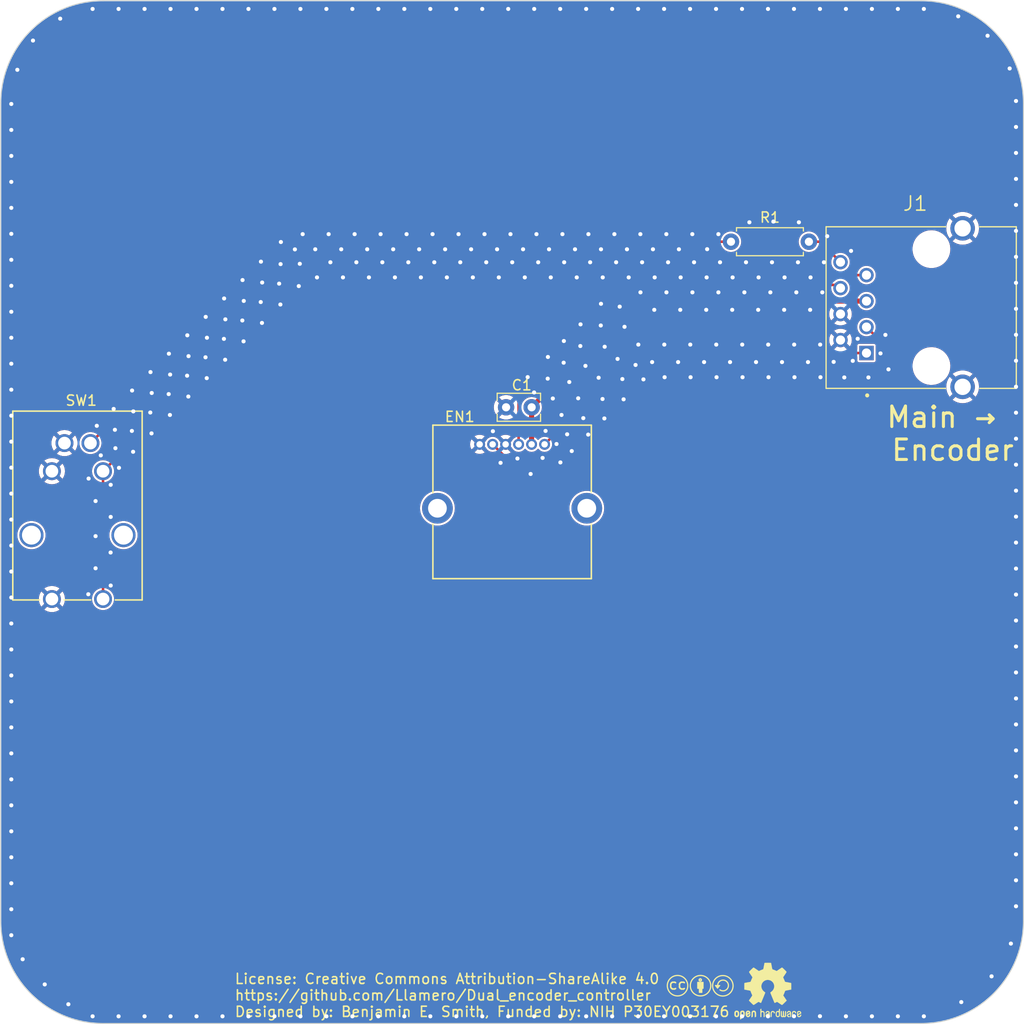
<source format=kicad_pcb>
(kicad_pcb (version 20221018) (generator pcbnew)
  (layers (0 "F.Cu" signal) (31 "B.Cu" signal) (34 "B.Paste" user) (35 "F.Paste" user) (36 "B.SilkS" user "B.Silkscreen") (37 "F.SilkS" user "F.Silkscreen") (38 "B.Mask" user) (39 "F.Mask" user) (44 "Edge.Cuts" user))
  (net 0 "")
  (net 1 "+5V")
  (net 2 "GND")
  (net 3 "Net-(R1-Pad1)")
  (net 4 "/B2")
  (net 5 "/A2")
  (net 6 "/EN_SW2")
  (net 7 "/SW2")
  (net 8 "/LED2+")
  (footprint "Symbol:OSHW-Logo2_7.3x6mm_SilkScreen" (layer "F.Cu") (at 190 146.83)
    (fp_text reference "LOGO3" hide)
    (fp_text value "OSHW Logo" hide)
  )
  (footprint "Custom Footprints:Creative_commons_license" (layer "F.Cu") (at 182.175 145.175)
    (fp_text reference "LOGO1" hide)
    (fp_text value "CC license")
    (fp_text user "cc" (at -1 1) (layer "F.SilkS"))
  )
  (footprint "Custom footprints:EM14R0B-M25-L064S" (layer "F.Cu") (at 168.175 93.3739 180)
    (fp_text reference "EN1" (at 8.295 2.6939 unlocked) (layer "F.SilkS"))
    (fp_text value "EM14 Encoder" hide)
    (pad "" thru_hole circle (at -4.1275 -6.2484 270) (size 3 3) (drill 1.8288) (layers "*.Cu" "*.Mask"))
    (pad "" thru_hole circle (at 10.4775 -6.2484 270) (size 3 3) (drill 1.8288) (layers "*.Cu" "*.Mask"))
    (pad "1" thru_hole circle (at 0 0 180) (size 1.07 1.07) (drill 0.635) (layers "*.Cu" "*.Mask") (net 4 "/B2"))
    (pad "2" thru_hole circle (at 1.27 0 180) (size 1.07 1.07) (drill 0.635) (layers "*.Cu" "*.Mask") (net 1 "+5V"))
    (pad "3" thru_hole circle (at 2.54 0 180) (size 1.07 1.07) (drill 0.635) (layers "*.Cu" "*.Mask") (net 6 "/EN_SW2"))
    (pad "4" thru_hole circle (at 3.81 0 180) (size 1.07 1.07) (drill 0.635) (layers "*.Cu" "*.Mask") (net 2 "GND"))
    (pad "5" thru_hole circle (at 5.08 0 180) (size 1.07 1.07) (drill 0.635) (layers "*.Cu" "*.Mask") (net 5 "/A2"))
    (pad "6" thru_hole circle (at 6.35 0 180) (size 1.07 1.07) (drill 0.635) (layers "*.Cu" "*.Mask") (net 2 "GND"))
  )
  (footprint "Custom footprints:B3J-3300" (layer "F.Cu") (at 120.000001 108.5)
    (fp_text reference "SW1" (at 2.87 -19.41 unlocked) (layer "F.SilkS"))
    (fp_text value "B3J-3300" hide)
    (pad "" np_thru_hole circle (at -1.999999 -6.25 90) (size 2.3622 2.3622) (drill 1.8542) (layers "F&B.Cu" "*.Mask"))
    (pad "" np_thru_hole circle (at 6.999999 -6.25 90) (size 2.3622 2.3622) (drill 1.8542) (layers "F&B.Cu" "*.Mask"))
    (pad "1" thru_hole circle (at 0 0) (size 1.7526 1.7526) (drill 1.2446) (layers "*.Cu" "*.Mask") (net 2 "GND"))
    (pad "2" thru_hole circle (at 0 -12.5) (size 1.7526 1.7526) (drill 1.2446) (layers "*.Cu" "*.Mask") (net 2 "GND"))
    (pad "3" thru_hole circle (at 5 0) (size 1.7526 1.7526) (drill 1.2446) (layers "*.Cu" "*.Mask") (net 7 "/SW2"))
    (pad "4" thru_hole circle (at 5 -12.5) (size 1.7526 1.7526) (drill 1.2446) (layers "*.Cu" "*.Mask") (net 7 "/SW2"))
    (pad "5" thru_hole circle (at 1.23 -15.25 90) (size 1.7526 1.7526) (drill 1.2446) (layers "*.Cu" "*.Mask") (net 2 "GND"))
    (pad "6" thru_hole circle (at 3.77 -15.25 90) (size 1.7526 1.7526) (drill 1.2446) (layers "*.Cu" "*.Mask") (net 3 "Net-(R1-Pad1)"))
  )
  (footprint "Resistor_THT:R_Axial_DIN0207_L6.3mm_D2.5mm_P7.62mm_Horizontal" (layer "F.Cu") (at 186.4 73.56)
    (fp_text reference "R1" (at 3.81 -2.37) (layer "F.SilkS"))
    (fp_text value "150")
    (pad "1" thru_hole circle (at 0 0) (size 1.6 1.6) (drill 0.8) (layers "*.Cu" "*.Mask") (net 3 "Net-(R1-Pad1)"))
    (pad "2" thru_hole oval (at 7.62 0) (size 1.6 1.6) (drill 0.8) (layers "*.Cu" "*.Mask") (net 8 "/LED2+"))
  )
  (footprint "Custom footprints:ASSMANN_A-2004-2-4-LPS-N-R" (layer "F.Cu") (at 206 80 90)
    (fp_text reference "J1" (at 10.17 -1.58) (layer "F.SilkS") (effects (font (size 1.4 1.4))))
    (fp_text value "8P8C_Shielded" hide)
    (pad "" np_thru_hole circle (at -5.715 0 90) (size 3.2 3.2) (drill 3.2) (layers "*.Cu" "*.Mask"))
    (pad "" np_thru_hole circle (at 5.715 0 90) (size 3.2 3.2) (drill 3.2) (layers "*.Cu" "*.Mask"))
    (pad "1" thru_hole rect (at -4.445 -6.35 90) (size 1.408 1.408) (drill 0.9) (layers "*.Cu" "*.Mask") (net 4 "/B2"))
    (pad "2" thru_hole circle (at -3.175 -8.89 90) (size 1.408 1.408) (drill 0.9) (layers "*.Cu" "*.Mask") (net 2 "GND"))
    (pad "3" thru_hole circle (at -1.905 -6.35 90) (size 1.408 1.408) (drill 0.9) (layers "*.Cu" "*.Mask") (net 5 "/A2"))
    (pad "4" thru_hole circle (at -0.635 -8.89 90) (size 1.408 1.408) (drill 0.9) (layers "*.Cu" "*.Mask") (net 2 "GND"))
    (pad "5" thru_hole circle (at 0.635 -6.35 90) (size 1.408 1.408) (drill 0.9) (layers "*.Cu" "*.Mask") (net 1 "+5V"))
    (pad "6" thru_hole circle (at 1.905 -8.89 90) (size 1.408 1.408) (drill 0.9) (layers "*.Cu" "*.Mask") (net 6 "/EN_SW2"))
    (pad "7" thru_hole circle (at 3.175 -6.35 90) (size 1.408 1.408) (drill 0.9) (layers "*.Cu" "*.Mask") (net 7 "/SW2"))
    (pad "8" thru_hole circle (at 4.445 -8.89 90) (size 1.408 1.408) (drill 0.9) (layers "*.Cu" "*.Mask") (net 8 "/LED2+"))
    (pad "SH" thru_hole circle (at -7.75 3.05 90) (size 2.4 2.4) (drill 1.6) (layers "*.Cu" "*.Mask") (net 2 "GND"))
    (pad "SH" thru_hole circle (at 7.75 3.05 90) (size 2.4 2.4) (drill 1.6) (layers "*.Cu" "*.Mask") (net 2 "GND"))
  )
  (footprint "Capacitor_THT:C_Rect_L4.0mm_W2.5mm_P2.50mm" (layer "F.Cu") (at 164.41 89.75)
    (fp_text reference "C1" (at 1.53 -2.16) (layer "F.SilkS"))
    (fp_text value "C_Small")
    (pad "1" thru_hole circle (at 0 0) (size 1.6 1.6) (drill 0.8) (layers "*.Cu" "*.Mask") (net 2 "GND"))
    (pad "2" thru_hole circle (at 2.5 0) (size 1.6 1.6) (drill 0.8) (layers "*.Cu" "*.Mask") (net 1 "+5V"))
  )
  (gr_arc (start 115 60) (mid 117.928932 52.928932) (end 125 50) (stroke (width 0.1)) (layer "Edge.Cuts"))
  (gr_line (start 115 140) (end 115 60) (stroke (width 0.1)) (layer "Edge.Cuts"))
  (gr_line (start 125 50) (end 205 50) (stroke (width 0.1)) (layer "Edge.Cuts"))
  (gr_line (start 205 150) (end 125 150) (stroke (width 0.1)) (layer "Edge.Cuts"))
  (gr_arc (start 125 150) (mid 117.928932 147.071068) (end 115 140) (stroke (width 0.1)) (layer "Edge.Cuts"))
  (gr_line (start 215 60) (end 215 140) (stroke (width 0.1)) (layer "Edge.Cuts"))
  (gr_arc (start 215 140) (mid 212.071068 147.071068) (end 205 150) (stroke (width 0.1)) (layer "Edge.Cuts"))
  (gr_arc (start 205 50) (mid 212.071068 52.928932) (end 215 60) (stroke (width 0.1)) (layer "Edge.Cuts"))
  (gr_text "Main → \nEncoder" (at 214.23 95.11) (layer "F.SilkS") (effects (font (size 2 2) (thickness 0.3)) (justify right bottom)))
  (gr_text "License: Creative Commons Attribution-ShareAlike 4.0\nhttps://github.com/Llamero/Dual_encoder_controller\nDesigned by: Benjamin E. Smith, Funded by: NIH P30EY003176" (at 137.805 147.245) (layer "F.SilkS") (effects (font (size 1 1)) (justify left)))
  (segment (start 166.905 93.3739) (end 166.905 89.755) (width 0.5) (layer "F.Cu") (net 1))
  (segment (start 177.295 79.365) (end 166.91 89.75) (width 0.5) (layer "F.Cu") (net 1))
  (segment (start 166.905 89.755) (end 166.91 89.75) (width 0.5) (layer "F.Cu") (net 1))
  (segment (start 199.65 79.365) (end 177.295 79.365) (width 0.5) (layer "F.Cu") (net 1))
  (via (at 198.79 83.05) (size 0.8) (drill 0.4) (layers "F.Cu" "B.Cu") (net 2))
  (via (at 169.72 95.14) (size 0.8) (drill 0.4) (layers "F.Cu" "B.Cu") (net 2))
  (via (at 142.36 75.75) (size 0.8) (drill 0.4) (layers "F.Cu" "B.Cu") (net 2))
  (via (at 116.03 100.73) (size 0.8) (drill 0.4) (layers "F.Cu" "B.Cu") (net 2))
  (via (at 134.14 149.3) (size 0.8) (drill 0.4) (layers "F.Cu" "B.Cu") (net 2))
  (via (at 116.03 93.11) (size 0.8) (drill 0.4) (layers "F.Cu" "B.Cu") (net 2))
  (via (at 140.56 77.55) (size 0.8) (drill 0.4) (layers "F.Cu" "B.Cu") (net 2))
  (via (at 214.27 97.9) (size 0.8) (drill 0.4) (layers "F.Cu" "B.Cu") (net 2))
  (via (at 197.64 149.3) (size 0.8) (drill 0.4) (layers "F.Cu" "B.Cu") (net 2))
  (via (at 117.14 143.72) (size 0.8) (drill 0.4) (layers "F.Cu" "B.Cu") (net 2))
  (via (at 174.78 149.3) (size 0.8) (drill 0.4) (layers "F.Cu" "B.Cu") (net 2))
  (via (at 151.92 149.3) (size 0.8) (drill 0.4) (layers "F.Cu" "B.Cu") (net 2))
  (via (at 194.18 77.05) (size 0.8) (drill 0.4) (layers "F.Cu" "B.Cu") (net 2))
  (via (at 124.27 102.35) (size 0.8) (drill 0.4) (layers "F.Cu" "B.Cu") (net 2))
  (via (at 116.03 103.27) (size 0.8) (drill 0.4) (layers "F.Cu" "B.Cu") (net 2))
  (via (at 185.33 75.57) (size 0.8) (drill 0.4) (layers "F.Cu" "B.Cu") (net 2))
  (via (at 116.03 136.29) (size 0.8) (drill 0.4) (layers "F.Cu" "B.Cu") (net 2))
  (via (at 167.98 94.7) (size 0.8) (drill 0.4) (layers "F.Cu" "B.Cu") (net 2))
  (via (at 116.03 70.25) (size 0.8) (drill 0.4) (layers "F.Cu" "B.Cu") (net 2))
  (via (at 159.54 50.8) (size 0.8) (drill 0.4) (layers "F.Cu" "B.Cu") (net 2))
  (via (at 116.03 133.75) (size 0.8) (drill 0.4) (layers "F.Cu" "B.Cu") (net 2))
  (via (at 167.38 72.82) (size 0.8) (drill 0.4) (layers "F.Cu" "B.Cu") (net 2))
  (via (at 182.42 83.62) (size 0.8) (drill 0.4) (layers "F.Cu" "B.Cu") (net 2))
  (via (at 145.75 74.3) (size 0.8) (drill 0.4) (layers "F.Cu" "B.Cu") (net 2))
  (via (at 171.15 74.3) (size 0.8) (drill 0.4) (layers "F.Cu" "B.Cu") (net 2))
  (via (at 192.95 75.57) (size 0.8) (drill 0.4) (layers "F.Cu" "B.Cu") (net 2))
  (via (at 187.71 78.51) (size 0.8) (drill 0.4) (layers "F.Cu" "B.Cu") (net 2))
  (via (at 190.55 71.59) (size 0.8) (drill 0.4) (layers "F.Cu" "B.Cu") (net 2))
  (via (at 124.27 105.49) (size 0.8) (drill 0.4) (layers "F.Cu" "B.Cu") (net 2))
  (via (at 192.56 50.8) (size 0.8) (drill 0.4) (layers "F.Cu" "B.Cu") (net 2))
  (via (at 168.98 88.89) (size 0.8) (drill 0.4) (layers "F.Cu" "B.Cu") (net 2))
  (via (at 198.31 85.21) (size 0.8) (drill 0.4) (layers "F.Cu" "B.Cu") (net 2))
  (via (at 131.42 88.46) (size 0.8) (drill 0.4) (layers "F.Cu" "B.Cu") (net 2))
  (via (at 163.53 74.3) (size 0.8) (drill 0.4) (layers "F.Cu" "B.Cu") (net 2))
  (via (at 124.78 94.45) (size 0.8) (drill 0.4) (layers "F.Cu" "B.Cu") (net 2))
  (via (at 184.94 50.8) (size 0.8) (drill 0.4) (layers "F.Cu" "B.Cu") (net 2))
  (via (at 189.06 80.22) (size 0.8) (drill 0.4) (layers "F.Cu" "B.Cu") (net 2))
  (via (at 183.77 85.33) (size 0.8) (drill 0.4) (layers "F.Cu" "B.Cu") (net 2))
  (via (at 192.58 83.62) (size 0.8) (drill 0.4) (layers "F.Cu" "B.Cu") (net 2))
  (via (at 171.67 83.76) (size 0.8) (drill 0.4) (layers "F.Cu" "B.Cu") (net 2))
  (via (at 211.88 145.39) (size 0.8) (drill 0.4) (layers "F.Cu" "B.Cu") (net 2))
  (via (at 126.52 149.3) (size 0.8) (drill 0.4) (layers "F.Cu" "B.Cu") (net 2))
  (via (at 182.4 50.8) (size 0.8) (drill 0.4) (layers "F.Cu" "B.Cu") (net 2))
  (via (at 142.22 77.66) (size 0.8) (drill 0.4) (layers "F.Cu" "B.Cu") (net 2))
  (via (at 168.61 74.3) (size 0.8) (drill 0.4) (layers "F.Cu" "B.Cu") (net 2))
  (via (at 171.46 88.87) (size 0.8) (drill 0.4) (layers "F.Cu" "B.Cu") (net 2))
  (via (at 169.7 149.3) (size 0.8) (drill 0.4) (layers "F.Cu" "B.Cu") (net 2))
  (via (at 116.03 115.97) (size 0.8) (drill 0.4) (layers "F.Cu" "B.Cu") (net 2))
  (via (at 213.65 56.62) (size 0.8) (drill 0.4) (layers "F.Cu" "B.Cu") (net 2))
  (via (at 208.92 147.91) (size 0.8) (drill 0.4) (layers "F.Cu" "B.Cu") (net 2))
  (via (at 177.32 50.8) (size 0.8) (drill 0.4) (layers "F.Cu" "B.Cu") (net 2))
  (via (at 179.91 86.81) (size 0.8) (drill 0.4) (layers "F.Cu" "B.Cu") (net 2))
  (via (at 116.03 105.81) (size 0.8) (drill 0.4) (layers "F.Cu" "B.Cu") (net 2))
  (via (at 169.7 50.8) (size 0.8) (drill 0.4) (layers "F.Cu" "B.Cu") (net 2))
  (via (at 174.02 90.84) (size 0.8) (drill 0.4) (layers "F.Cu" "B.Cu") (net 2))
  (via (at 141.76 50.8) (size 0.8) (drill 0.4) (layers "F.Cu" "B.Cu") (net 2))
  (via (at 214.27 123.3) (size 0.8) (drill 0.4) (layers "F.Cu" "B.Cu") (net 2))
  (via (at 124.27 98.92) (size 0.8) (drill 0.4) (layers "F.Cu" "B.Cu") (net 2))
  (via (at 208.62 51.52) (size 0.8) (drill 0.4) (layers "F.Cu" "B.Cu") (net 2))
  (via (at 136.68 50.8) (size 0.8) (drill 0.4) (layers "F.Cu" "B.Cu") (net 2))
  (via (at 123.98 149.3) (size 0.8) (drill 0.4) (layers "F.Cu" "B.Cu") (net 2))
  (via (at 149.6 72.82) (size 0.8) (drill 0.4) (layers "F.Cu" "B.Cu") (net 2))
  (via (at 116.03 65.17) (size 0.8) (drill 0.4) (layers "F.Cu" "B.Cu") (net 2))
  (via (at 195.1 149.29) (size 0.8) (drill 0.4) (layers "F.Cu" "B.Cu") (net 2))
  (via (at 201.02 84.48) (size 0.8) (drill 0.4) (layers "F.Cu" "B.Cu") (net 2))
  (via (at 166.24 77.05) (size 0.8) (drill 0.4) (layers "F.Cu" "B.Cu") (net 2))
  (via (at 170.83 94.03) (size 0.8) (drill 0.4) (layers "F.Cu" "B.Cu") (net 2))
  (via (at 197.48 86.83) (size 0.8) (drill 0.4) (layers "F.Cu" "B.Cu") (net 2))
  (via (at 202.72 149.3) (size 0.8) (drill 0.4) (layers "F.Cu" "B.Cu") (net 2))
  (via (at 172.44 92.42) (size 0.8) (drill 0.4) (layers "F.Cu" "B.Cu") (net 2))
  (via (at 187.48 149.3) (size 0.8) (drill 0.4) (layers "F.Cu" "B.Cu") (net 2))
  (via (at 175.17 75.57) (size 0.8) (drill 0.4) (layers "F.Cu" "B.Cu") (net 2))
  (via (at 187.87 75.57) (size 0.8) (drill 0.4) (layers "F.Cu" "B.Cu") (net 2))
  (via (at 170.04 85.39) (size 0.8) (drill 0.4) (layers "F.Cu" "B.Cu") (net 2))
  (via (at 157 50.8) (size 0.8) (drill 0.4) (layers "F.Cu" "B.Cu") (net 2))
  (via (at 146.84 149.3) (size 0.8) (drill 0.4) (layers "F.Cu" "B.Cu") (net 2))
  (via (at 116.03 138.83) (size 0.8) (drill 0.4) (layers "F.Cu" "B.Cu") (net 2))
  (via (at 116.03 82.95) (size 0.8) (drill 0.4) (layers "F.Cu" "B.Cu") (net 2))
  (via (at 180.09 78.51) (size 0.8) (drill 0.4) (layers "F.Cu" "B.Cu") (net 2))
  (via (at 184.94 149.3) (size 0.8) (drill 0.4) (layers "F.Cu" "B.Cu") (net 2))
  (via (at 190.41 75.57) (size 0.8) (drill 0.4) (layers "F.Cu" "B.Cu") (net 2))
  (via (at 214.27 90.28) (size 0.8) (drill 0.4) (layers "F.Cu" "B.Cu") (net 2))
  (via (at 131.56 86.55) (size 0.8) (drill 0.4) (layers "F.Cu" "B.Cu") (net 2))
  (via (at 177.07 85.61) (size 0.8) (drill 0.4) (layers "F.Cu" "B.Cu") (net 2))
  (via (at 162.3 72.82) (size 0.8) (drill 0.4) (layers "F.Cu" "B.Cu") (net 2))
  (via (at 181.23 85.33) (size 0.8) (drill 0.4) (layers "F.Cu" "B.Cu") (net 2))
  (via (at 123.98 50.8) (size 0.8) (drill 0.4) (layers "F.Cu" "B.Cu") (net 2))
  (via (at 195.33 78.51) (size 0.8) (drill 0.4) (layers "F.Cu" "B.Cu") (net 2))
  (via (at 198.14 74.46) (size 0.8) (drill 0.4) (layers "F.Cu" "B.Cu") (net 2))
  (via (at 187.5 83.62) (size 0.8) (drill 0.4) (layers "F.Cu" "B.Cu") (net 2))
  (via (at 179.86 50.8) (size 0.8) (drill 0.4) (layers "F.Cu" "B.Cu") (net 2))
  (via (at 156.08 77.05) (size 0.8) (drill 0.4) (layers "F.Cu" "B.Cu") (net 2))
  (via (at 161.16 77.05) (size 0.8) (drill 0.4) (layers "F.Cu" "B.Cu") (net 2))
  (via (at 151.92 50.8) (size 0.8) (drill 0.4) (layers "F.Cu" "B.Cu") (net 2))
  (via (at 125.74 103.95) (size 0.8) (drill 0.4) (layers "F.Cu" "B.Cu") (net 2))
  (via (at 149.38 149.3) (size 0.8) (drill 0.4) (layers "F.Cu" "B.Cu") (net 2))
  (via (at 214.27 82.66) (size 0.8) (drill 0.4) (layers "F.Cu" "B.Cu") (net 2))
  (via (at 135.16 82.95) (size 0.8) (drill 0.4) (layers "F.Cu" "B.Cu") (net 2))
  (via (at 155.91 74.3) (size 0.8) (drill 0.4) (layers "F.Cu" "B.Cu") (net 2))
  (via (at 167.16 149.3) (size 0.8) (drill 0.4) (layers "F.Cu" "B.Cu") (net 2))
  (via (at 116.03 88.03) (size 0.8) (drill 0.4) (layers "F.Cu" "B.Cu") (net 2))
  (via (at 172.46 72.82) (size 0.8) (drill 0.4) (layers "F.Cu" "B.Cu") (net 2))
  (via (at 170.59 87.28) (size 0.8) (drill 0.4) (layers "F.Cu" "B.Cu") (net 2))
  (via (at 125.75 100.47) (size 0.8) (drill 0.4) (layers "F.Cu" "B.Cu") (net 2))
  (via (at 144.52 72.82) (size 0.8) (drill 0.4) (layers "F.Cu" "B.Cu") (net 2))
  (via (at 116.03 98.19) (size 0.8) (drill 0.4) (layers "F.Cu" "B.Cu") (net 2))
  (via (at 159.93 75.57) (size 0.8) (drill 0.4) (layers "F.Cu" "B.Cu") (net 2))
  (via (at 214.27 138.54) (size 0.8) (drill 0.4) (layers "F.Cu" "B.Cu") (net 2))
  (via (at 169.34 93.34) (size 0.8) (drill 0.4) (layers "F.Cu" "B.Cu") (net 2))
  (via (at 182.79 75.57) (size 0.8) (drill 0.4) (layers "F.Cu" "B.Cu") (net 2))
  (via (at 175.52 79.91) (size 0.8) (drill 0.4) (layers "F.Cu" "B.Cu") (net 2))
  (via (at 129.76 88.35) (size 0.8) (drill 0.4) (layers "F.Cu" "B.Cu") (net 2))
  (via (at 214.27 95.36) (size 0.8) (drill 0.4) (layers "F.Cu" "B.Cu") (net 2))
  (via (at 147.06 72.82) (size 0.8) (drill 0.4) (layers "F.Cu" "B.Cu") (net 2))
  (via (at 179.88 83.62) (size 0.8) (drill 0.4) (layers "F.Cu" "B.Cu") (net 2))
  (via (at 116.03 90.57) (size 0.8) (drill 0.4) (layers "F.Cu" "B.Cu") (net 2))
  (via (at 168.48 86.95) (size 0.8) (drill 0.4) (layers "F.Cu" "B.Cu") (net 2))
  (via (at 214.27 92.82) (size 0.8) (drill 0.4) (layers "F.Cu" "B.Cu") (net 2))
  (via (at 202.72 50.8) (size 0.8) (drill 0.4) (layers "F.Cu" "B.Cu") (net 2))
  (via (at 135.02 84.86) (size 0.8) (drill 0.4) (layers "F.Cu" "B.Cu") (net 2))
  (via (at 116.03 131.21) (size 0.8) (drill 0.4) (layers "F.Cu" "B.Cu") (net 2))
  (via (at 214.27 125.84) (size 0.8) (drill 0.4) (layers "F.Cu" "B.Cu") (net 2))
  (via (at 168.27 92.06) (size 0.8) (drill 0.4) (layers "F.Cu" "B.Cu") (net 2))
  (via (at 163.12 92.09) (size 0.8) (drill 0.4) (layers "F.Cu" "B.Cu") (net 2))
  (via (at 172.24 149.3) (size 0.8) (drill 0.4) (layers "F.Cu" "B.Cu") (net 2))
  (via (at 214.27 133.46) (size 0.8) (drill 0.4) (layers "F.Cu" "B.Cu") (net 2))
  (via (at 159.76 72.82) (size 0.8) (drill 0.4) (layers "F.Cu" "B.Cu") (net 2))
  (via (at 186.56 77.05) (size 0.8) (drill 0.4) (layers "F.Cu" "B.Cu") (net 2))
  (via (at 190.25 78.51) (size 0.8) (drill 0.4) (layers "F.Cu" "B.Cu") (net 2))
  (via (at 159.54 149.3) (size 0.8) (drill 0.4) (layers "F.Cu" "B.Cu") (net 2))
  (via (at 140.42 79.46) (size 0.8) (drill 0.4) (layers "F.Cu" "B.Cu") (net 2))
  (via (at 167.16 50.8) (size 0.8) (drill 0.4) (layers "F.Cu" "B.Cu") (net 2))
  (via (at 205.26 149.3) (size 0.8) (drill 0.4) (layers "F.Cu" "B.Cu") (net 2))
  (via (at 214.27 115.68) (size 0.8) (drill 0.4) (layers "F.Cu" "B.Cu") (net 2))
  (via (at 188.85 85.33) (size 0.8) (drill 0.4) (layers "F.Cu" "B.Cu") (net 2))
  (via (at 131.54 90.5) (size 0.8) (drill 0.4) (layers "F.Cu" "B.Cu") (net 2))
  (via (at 152.14 72.82) (size 0.8) (drill 0.4) (layers "F.Cu" "B.Cu") (net 2))
  (via (at 184.02 77.05) (size 0.8) (drill 0.4) (layers "F.Cu" "B.Cu") (net 2))
  (via (at 214.27 62.34) (size 0.8) (drill 0.4) (layers "F.Cu" "B.Cu") (net 2))
  (via (at 214.27 67.42) (size 0.8) (drill 0.4) (layers "F.Cu" "B.Cu") (net 2))
  (via (at 157 149.3) (size 0.8) (drill 0.4) (layers "F.Cu" "B.Cu") (net 2))
  (via (at 126.21 93.75) (size 0.8) (drill 0.4) (layers "F.Cu" "B.Cu") (net 2))
  (via (at 126.52 50.8) (size 0.8) (drill 0.4) (layers "F.Cu" "B.Cu") (net 2))
  (via (at 214.27 128.38) (size 0.8) (drill 0.4) (layers "F.Cu" "B.Cu") (net 2))
  (via (at 126.16 91.95) (size 0.8) (drill 0.4) (layers "F.Cu" "B.Cu") (net 2))
  (via (at 214.27 69.96) (size 0.8) (drill 0.4) (layers "F.Cu" "B.Cu") (net 2))
  (via (at 152.31 75.57) (size 0.8) (drill 0.4) (layers "F.Cu" "B.Cu") (net 2))
  (via (at 187.48 50.8) (size 0.8) (drill 0.4) (layers "F.Cu" "B.Cu") (net 2))
  (via (at 116.03 85.49) (size 0.8) (drill 0.4) (layers "F.Cu" "B.Cu") (net 2))
  (via (at 195.12 83.62) (size 0.8) (drill 0.4) (layers "F.Cu" "B.Cu") (net 2))
  (via (at 144.24 75.72) (size 0.8) (drill 0.4) (layers "F.Cu" "B.Cu") (net 2))
  (via (at 214.27 102.98) (size 0.8) (drill 0.4) (layers "F.Cu" "B.Cu") (net 2))
  (via (at 178.9 80.22) (size 0.8) (drill 0.4) (layers "F.Cu" "B.Cu") (net 2))
  (via (at 195.81 73.02) (size 0.8) (drill 0.4) (layers "F.Cu" "B.Cu") (net 2))
  (via (at 190.07 86.81) (size 0.8) (drill 0.4) (layers "F.Cu" "B.Cu") (net 2))
  (via (at 129.64 86.31) (size 0.8) (drill 0.4) (layers "F.Cu" "B.Cu") (net 2))
  (via (at 214.27 77.58) (size 0.8) (drill 0.4) (layers "F.Cu" "B.Cu") (net 2))
  (via (at 195.49 75.57) (size 0.8) (drill 0.4) (layers "F.Cu" "B.Cu") (net 2))
  (via (at 160.99 74.3) (size 0.8) (drill 0.4) (layers "F.Cu" "B.Cu") (net 2))
  (via (at 172.17 85.7) (size 0.8) (drill 0.4) (layers "F.Cu" "B.Cu") (net 2))
  (via (at 135.04 80.91) (size 0.8) (drill 0.4) (layers "F.Cu" "B.Cu") (net 2))
  (via (at 150.83 74.3) (size 0.8) (drill 0.4) (layers "F.Cu" "B.Cu") (net 2))
  (via (at 139.22 149.3) (size 0.8) (drill 0.4) (layers "F.Cu" "B.Cu") (net 2))
  (via (at 177.84 87.02) (size 0.8) (drill 0.4) (layers "F.Cu" "B.Cu") (net 2))
  (via (at 116.03 123.59) (size 0.8) (drill 0.4) (layers "F.Cu" "B.Cu") (net 2))
  (via (at 194.14 80.22) (size 0.8) (drill 0.4) (layers "F.Cu" "B.Cu") (net 2))
  (via (at 136.96 81.15) (size 0.8) (drill 0.4) (layers "F.Cu" "B.Cu") (net 2))
  (via (at 170.38 92.39) (size 0.8) (drill 0.4) (layers "F.Cu" "B.Cu") (net 2))
  (via (at 129.06 149.3) (size 0.8) (drill 0.4) (layers "F.Cu" "B.Cu") (net 2))
  (via (at 214.27 120.76) (size 0.8) (drill 0.4) (layers "F.Cu" "B.Cu") (net 2))
  (via (at 138.64 77.31) (size 0.8) (drill 0.4) (layers "F.Cu" "B.Cu") (net 2))
  (via (at 157.22 72.82) (size 0.8) (drill 0.4) (layers "F.Cu" "B.Cu") (net 2))
  (via (at 178.77 74.3) (size 0.8) (drill 0.4) (layers "F.Cu" "B.Cu") (net 2))
  (via (at 140.44 75.51) (size 0.8) (drill 0.4) (layers "F.Cu" "B.Cu") (net 2))
  (via (at 214.27 110.6) (size 0.8) (drill 0.4) (layers "F.Cu" "B.Cu") (net 2))
  (via (at 164.62 50.8) (size 0.8) (drill 0.4) (layers "F.Cu" "B.Cu") (net 2))
  (via (at 197.64 50.8) (size 0.8) (drill 0.4) (layers "F.Cu" "B.Cu") (net 2))
  (via (at 166.52 86.8) (size 0.8) (drill 0.4) (layers "F.Cu" "B.Cu") (net 2))
  (via (at 133.36 84.75) (size 0.8) (drill 0.4) (layers "F.Cu" "B.Cu") (net 2))
  (via (at 116.03 80.41) (size 0.8) (drill 0.4) (layers "F.Cu" "B.Cu") (net 2))
  (via (at 131.6 50.8) (size 0.8) (drill 0.4) (layers "F.Cu" "B.Cu") (net 2))
  (via (at 151 77.05) (size 0.8) (drill 0.4) (layers "F.Cu" "B.Cu") (net 2))
  (via (at 167.55 75.57) (size 0.8) (drill 0.4) (layers "F.Cu" "B.Cu") (net 2))
  (via (at 116.03 60.09) (size 0.8) (drill 0.4) (layers "F.Cu" "B.Cu") (net 2))
  (via (at 133.24 82.71) (size 0.8) (drill 0.4) (layers "F.Cu" "B.Cu") (net 2))
  (via (at 191.39 85.33) (size 0.8) (drill 0.4) (layers "F.Cu" "B.Cu") (net 2))
  (via (at 177.34 83.62) (size 0.8) (drill 0.4) (layers "F.Cu" "B.Cu") (net 2))
  (via (at 186.52 80.22) (size 0.8) (drill 0.4) (layers "F.Cu" "B.Cu") (net 2))
  (via (at 168.5 84.83) (size 0.8) (drill 0.4) (layers "F.Cu" "B.Cu") (net 2))
  (via (at 178.94 77.05) (size 0.8) (drill 0.4) (layers "F.Cu" "B.Cu") (net 2))
  (via (at 131.44 84.51) (size 0.8) (drill 0.4) (layers "F.Cu" "B.Cu") (net 2))
  (via (at 146.84 50.8) (size 0.8) (drill 0.4) (layers "F.Cu" "B.Cu") (net 2))
  (via (at 148.29 74.3) (size 0.8) (drill 0.4) (layers "F.Cu" "B.Cu") (net 2))
  (via (at 182.63 78.51) (size 0.8) (drill 0.4) (layers "F.Cu" "B.Cu") (net 2))
  (via (at 116.03 108.35) (size 0.8) (drill 0.4) (layers "F.Cu" "B.Cu") (net 2))
  (via (at 172.63 75.57) (size 0.8) (drill 0.4) (layers "F.Cu" "B.Cu") (net 2))
  (via (at 171.32 77.05) (size 0.8) (drill 0.4) (layers "F.Cu" "B.Cu") (net 2))
  (via (at 124.39 91.56) (size 0.8) (drill 0.4) (layers "F.Cu" "B.Cu") (net 2))
  (via (at 163.87 95.18) (size 0.8) (drill 0.4) (layers "F.Cu" "B.Cu") (net 2))
  (via (at 188.2 71.66) (size 0.8) (drill 0.4) (layers "F.Cu" "B.Cu") (net 2))
  (via (at 126.04 89.91) (size 0.8) (drill 0.4) (layers "F.Cu" "B.Cu") (net 2))
  (via (at 148.46 77.05) (size 0.8) (drill 0.4) (layers "F.Cu" "B.Cu") (net 2))
  (via (at 172.24 50.8) (size 0.8) (drill 0.4) (layers "F.Cu" "B.Cu") (net 2))
  (via (at 187.53 86.81) (size 0.8) (drill 0.4) (layers "F.Cu" "B.Cu") (net 2))
  (via (at 211.49 53.42) (size 0.8) (drill 0.4) (layers "F.Cu" "B.Cu") (net 2))
  (via (at 144.14 77.9) (size 0.8) (drill 0.4) (layers "F.Cu" "B.Cu") (net 2))
  (via (at 171.96 90.81) (size 0.8) (drill 0.4) (layers "F.Cu" "B.Cu") (net 2))
  (via (at 173.84 88.94) (size 0.8) (drill 0.4) (layers "F.Cu" "B.Cu") (net 2))
  (via (at 175 72.82) (size 0.8) (drill 0.4) (layers "F.Cu" "B.Cu") (net 2))
  (via (at 141.76 149.3) (size 0.8) (drill 0.4) (layers "F.Cu" "B.Cu") (net 2))
  (via (at 138.74 83.3) (size 0.8) (drill 0.4) (layers "F.Cu" "B.Cu") (net 2))
  (via (at 116.03 113.43) (size 0.8) (drill 0.4) (layers "F.Cu" "B.Cu") (net 2))
  (via (at 173.69 79.63) (size 0.8) (drill 0.4) (layers "F.Cu" "B.Cu") (net 2))
  (via (at 214.27 118.22) (size 0.8) (drill 0.4) (layers "F.Cu" "B.Cu") (net 2))
  (via (at 182.4 149.3) (size 0.8) (drill 0.4) (layers "F.Cu" "B.Cu") (net 2))
  (via (at 193.93 85.33) (size 0.8) (drill 0.4) (layers "F.Cu" "B.Cu") (net 2))
  (via (at 214.27 105.52) (size 0.8) (drill 0.4) (layers "F.Cu" "B.Cu") (net 2))
  (via (at 177.32 149.3) (size 0.8) (drill 0.4) (layers "F.Cu" "B.Cu") (net 2))
  (via (at 201.5 82.67) (size 0.8) (drill 0.4) (layers "F.Cu" "B.Cu") (net 2))
  (via (at 142.34 79.7) (size 0.8) (drill 0.4) (layers "F.Cu" "B.Cu") (net 2))
  (via (at 173.46 86.86) (size 0.8) (drill 0.4) (layers "F.Cu" "B.Cu") (net 2))
  (via (at 125.75 97.33) (size 0.8) (drill 0.4) (layers "F.Cu" "B.Cu") (net 2))
  (via (at 153.37 74.3) (size 0.8) (drill 0.4) (layers "F.Cu" "B.Cu") (net 2))
  (via (at 126.56 95.67) (size 0.8) (drill 0.4) (layers "F.Cu" "B.Cu") (net 2))
  (via (at 136.82 83.06) (size 0.8) (drill 0.4) (layers "F.Cu" "B.Cu") (net 2))
  (via (at 199.84 86.83) (size 0.8) (drill 0.4) (layers "F.Cu" "B.Cu") (net 2))
  (via (at 145.92 77.05) (size 0.8) (drill 0.4) (layers "F.Cu" "B.Cu") (net 2))
  (via (at 190.02 50.8) (size 0.8) (drill 0.4) (layers "F.Cu" "B.Cu") (net 2))
  (via (at 178.69 85.33) (size 0.8) (drill 0.4) (layers "F.Cu" "B.Cu") (net 2))
  (via (at 164.84 72.82) (size 0.8) (drill 0.4) (layers "F.Cu" "B.Cu") (net 2))
  (via (at 157.39 75.57) (size 0.8) (drill 0.4) (layers "F.Cu" "B.Cu") (net 2))
  (via (at 127.82 92.06) (size 0.8) (drill 0.4) (layers "F.Cu" "B.Cu") (net 2))
  (via (at 166.81 96.27) (size 0.8) (drill 0.4) (layers "F.Cu" "B.Cu") (net 2))
  (via (at 119.3 146.18) (size 0.8) (drill 0.4) (layers "F.Cu" "B.Cu") (net 2))
  (via (at 116.03 67.71) (size 0.8) (drill 0.4) (layers "F.Cu" "B.Cu") (net 2))
  (via (at 174.05 83.83) (size 0.8) (drill 0.4) (layers "F.Cu" "B.Cu") (net 2))
  (via (at 195.15 86.81) (size 0.8) (drill 0.4) (layers "F.Cu" "B.Cu") (net 2))
  (via (at 179.86 149.3) (size 0.8) (drill 0.4) (layers "F.Cu" "B.Cu") (net 2))
  (via (at 175.78 86.99) (size 0.8) (drill 0.4) (layers "F.Cu" "B.Cu") (net 2))
  (via (at 205.26 50.8) (size 0.8) (drill 0.4) (layers "F.Cu" "B.Cu") (net 2))
  (via (at 116.03 141.37) (size 0.8) (drill 0.4) (layers "F.Cu" "B.Cu") (net 2))
  (via (at 181.48 77.05) (size 0.8) (drill 0.4) (layers "F.Cu" "B.Cu") (net 2))
  (via (at 182.45 86.81) (size 0.8) (drill 0.4) (layers "F.Cu" "B.Cu") (net 2))
  (via (at 167.15 88.3) (size 0.8) (drill 0.4) (layers "F.Cu" "B.Cu") (net 2))
  (via (at 200.18 149.3) (size 0.8) (drill 0.4) (layers "F.Cu" "B.Cu") (net 2))
  (via (at 170.06 83.27) (size 0.8) (drill 0.4) (layers "F.Cu" "B.Cu") (net 2))
  (via (at 149.77 75.57) (size 0.8) (drill 0.4) (layers "F.Cu" "B.Cu") (net 2))
  (via (at 147.23 75.57) (size 0.8) (drill 0.4) (layers "F.Cu" "B.Cu") (net 2))
  (via (at 171.69 81.64) (size 0.8) (drill 0.4) (layers "F.Cu" "B.Cu") (net 2))
  (via (at 192.56 149.29) (size 0.8) (drill 0.4) (layers "F.Cu" "B.Cu") (net 2))
  (via (at 162.08 50.8) (size 0.8) (drill 0.4) (layers "F.Cu" "B.Cu") (net 2))
  (via (at 195.1 50.8) (size 0.8) (drill 0.4) (layers "F.Cu" "B.Cu") (net 2))
  (via (at 176.23 74.3) (size 0.8) (drill 0.4) (layers "F.Cu" "B.Cu") (net 2))
  (via (at 138.62 81.26) (size 0.8) (drill 0.4) (layers "F.Cu" "B.Cu") (net 2))
  (via (at 136.94 85.1) (size 0.8) (drill 0.4) (layers "F.Cu" "B.Cu") (net 2))
  (via (at 180.08 72.82) (size 0.8) (drill 0.4) (layers "F.Cu" "B.Cu") (net 2))
  (via (at 175.99 81.88) (size 0.8) (drill 0.4) (layers "F.Cu" "B.Cu") (net 2))
  (via (at 173.69 74.3) (size 0.8) (drill 0.4) (layers "F.Cu" "B.Cu") (net 2))
  (via (at 181.31 74.3) (size 0.8) (drill 0.4) (layers "F.Cu" "B.Cu") (net 2))
  (via (at 123.56 108.03) (size 0.8) (drill 0.4) (layers "F.Cu" "B.Cu") (net 2))
  (via (at 175.9 88.97) (size 0.8) (drill 0.4) (layers "F.Cu" "B.Cu") (net 2))
  (via (at 153.54 77.05) (size 0.8) (drill 0.4) (layers "F.Cu" "B.Cu") (net 2))
  (via (at 116.62 56.75) (size 0.8) (drill 0.4) (layers "F.Cu" "B.Cu") (net 2))
  (via (at 144.3 149.3) (size 0.8) (drill 0.4) (layers "F.Cu" "B.Cu") (net 2))
  (via (at 214.27 108.06) (size 0.8) (drill 0.4) (layers "F.Cu" "B.Cu") (net 2))
  (via (at 169.83 90.5) (size 0.8) (drill 0.4) (layers "F.Cu" "B.Cu") (net 2))
  (via (at 189.1 77.05) (size 0.8) (drill 0.4) (layers "F.Cu" "B.Cu") (net 2))
  (via (at 133.22 86.66) (size 0.8) (drill 0.4) (layers "F.Cu" "B.Cu") (net 2))
  (via (at 143.76 74.31) (size 0.8) (drill 0.4) (layers "F.Cu" "B.Cu") (net 2))
  (via (at 214.27 64.88) (size 0.8) (drill 0.4) (layers "F.Cu" "B.Cu") (net 2))
  (via (at 169.92 72.82) (size 0.8) (drill 0.4) (layers "F.Cu" "B.Cu") (net 2))
  (via (at 116.03 128.67) (size 0.8) (drill 0.4) (layers "F.Cu" "B.Cu") (net 2))
  (via (at 214.27 75.04) (size 0.8) (drill 0.4) (layers "F.Cu" "B.Cu") (net 2))
  (via (at 185.17 78.51) (size 0.8) (drill 0.4) (layers "F.Cu" "B.Cu") (net 2))
  (via (at 214.27 85.2) (size 0.8) (drill 0.4) (layers "F.Cu" "B.Cu") (net 2))
  (via (at 200.18 50.8) (size 0.8) (drill 0.4) (layers "F.Cu" "B.Cu") (net 2))
  (via (at 173.86 77.05) (size 0.8) (drill 0.4) (layers "F.Cu" "B.Cu") (net 2))
  (via (at 214.27 136) (size 0.8) (drill 0.4) (layers "F.Cu" "B.Cu") (net 2))
  (via (at 127.84 88.11) (size 0.8) (drill 0.4) (layers "F.Cu" "B.Cu") (net 2))
  (via (at 214.27 113.14) (size 0.8) (drill 0.4) (layers "F.Cu" "B.Cu") (net 2))
  (via (at 185.17 72.82) (size 0.8) (drill 0.4) (layers "F.Cu" "B.Cu") (net 2))
  (via (at 214.27 87.74) (size 0.8) (drill 0.4) (layers "F.Cu" "B.Cu") (net 2))
  (via (at 183.98 80.22) (size 0.8) (drill 0.4) (layers "F.Cu" "B.Cu") (net 2))
  (via (at 192.61 86.81) (size 0.8) (drill 0.4) (layers "F.Cu" "B.Cu") (net 2))
  (via (at 154.68 72.82) (size 0.8) (drill 0.4) (layers "F.Cu" "B.Cu") (net 2))
  (via (at 116.03 75.33) (size 0.8) (drill 0.4) (layers "F.Cu" "B.Cu") (net 2))
  (via (at 134.14 50.8) (size 0.8) (drill 0.4) (layers "F.Cu" "B.Cu") (net 2))
  (via (at 165.01 75.57) (size 0.8) (drill 0.4) (layers "F.Cu" "B.Cu") (net 2))
  (via (at 177.54 72.82) (size 0.8) (drill 0.4) (layers "F.Cu" "B.Cu") (net 2))
  (via (at 184.07 74.29) (size 0.8) (drill 0.4) (layers "F.Cu" "B.Cu") (net 2))
  (via (at 121.61 148.12) (size 0.8) (drill 0.4) (layers "F.Cu" "B.Cu") (net 2))
  (via (at 142.39 73.59) (size 0.8) (drill 0.4) (layers "F.Cu" "B.Cu") (net 2))
  (via (at 192.79 78.51) (size 0.8) (drill 0.4) (layers "F.Cu" "B.Cu") (net 2))
  (via (at 184.99 86.81) (size 0.8) (drill 0.4) (layers "F.Cu" "B.Cu") (net 2))
  (via (at 184.96 83.62) (size 0.8) (drill 0.4) (layers "F.Cu" "B.Cu") (net 2))
  (via (at 116.03 121.05) (size 0.8) (drill 0.4) (layers "F.Cu" "B.Cu") (net 2))
  (via (at 158.62 77.05) (size 0.8) (drill 0.4) (layers "F.Cu" "B.Cu") (net 2))
  (via (at 214.27 100.44) (size 0.8) (drill 0.4) (layers "F.Cu" "B.Cu") (net 2))
  (via (at 176.4 77.05) (size 0.8) (drill 0.4) (layers "F.Cu" "B.Cu") (net 2))
  (via (at 214.27 72.5) (size 0.8) (drill 0.4) (layers "F.Cu" "B.Cu") (net 2))
  (via (at 116.03 110.89) (size 0.8) (drill 0.4) (layers "F.Cu" "B.Cu") (net 2))
  (via (at 177.71 75.57) (size 0.8) (drill 0.4) (layers "F.Cu" "B.Cu") (net 2))
  (via (at 174.78 50.8) (size 0.8) (drill 0.4) (layers "F.Cu" "B.Cu") (net 2))
  (via (at 149.38 50.8) (size 0.8) (drill 0.4) (layers "F.Cu" "B.Cu") (net 2))
  (via (at 136.68 149.3) (size 0.8) (drill 0.4) (layers "F.Cu" "B.Cu") (net 2))
  (via (at 170.09 75.57) (size 0.8) (drill 0.4) (layers "F.Cu" "B.Cu") (net 2))
  (via (at 133.34 88.7) (size 0.8) (drill 0.4) (layers "F.Cu" "B.Cu") (net 2))
  (via (at 139.22 50.8) (size 0.8) (drill 0.4) (layers "F.Cu" "B.Cu") (net 2))
  (via (at 135.14 86.9) (size 0.8) (drill 0.4) (layers "F.Cu" "B.Cu") (net 2))
  (via (at 125.75 107.18) (size 0.8) (drill 0.4) (layers "F.Cu" "B.Cu") (net 2))
  (via (at 158.45 74.3) (size 0.8) (drill 0.4) (layers "F.Cu" "B.Cu") (net 2))
  (via (at 181.44 80.22) (size 0.8) (drill 0.4) (layers "F.Cu" "B.Cu") (net 2))
  (via (at 214.27 80.12) (size 0.8) (drill 0.4) (layers "F.Cu" "B.Cu") (net 2))
  (via (at 116.03 72.79) (size 0.8) (drill 0.4) (layers "F.Cu" "B.Cu") (net 2))
  (via (at 180.25 75.57) (size 0.8) (drill 0.4) (layers "F.Cu" "B.Cu") (net 2))
  (via (at 140.54 81.5) (size 0.8) (drill 0.4) (layers "F.Cu" "B.Cu") (net 2))
  (via (at 131.6 149.3) (size 0.8) (drill 0.4) (layers "F.Cu" "B.Cu") (net 2))
  (via (at 214.27 59.8) (size 0.8) (drill 0.4) (layers "F.Cu" "B.Cu") (net 2))
  (via (at 182.62 72.82) (size 0.8) (drill 0.4) (layers "F.Cu" "B.Cu") (net 2))
  (via (at 175.31 85.02) (size 0.8) (drill 0.4) (layers "F.Cu" "B.Cu") (net 2))
  (via (at 129.74 92.3) (size 0.8) (drill 0.4) (layers "F.Cu" "B.Cu") (net 2))
  (via (at 213.77 142.19) (size 0.8) (drill 0.4) (layers "F.Cu" "B.Cu") (net 2))
  (via (at 162.47 75.57) (size 0.8) (drill 0.4) (layers "F.Cu" "B.Cu") (net 2))
  (via (at 127.96 90.15) (size 0.8) (drill 0.4) (layers "F.Cu" "B.Cu") (net 2))
  (via (at 138.76 79.35) (size 0.8) (drill 0.4) (layers "F.Cu" "B.Cu") (net 2))
  (via (at 127.94 94.1) (size 0.8) (drill 0.4) (layers "F.Cu" "B.Cu") (net 2))
  (via (at 196.44 85.31) (size 0.8) (drill 0.4) (layers "F.Cu" "B.Cu") (net 2))
  (via (at 129.62 90.26) (size 0.8) (drill 0.4) (layers "F.Cu" "B.Cu") (net 2))
  (via (at 154.46 149.3) (size 0.8) (drill 0.4) (layers "F.Cu" "B.Cu") (net 2))
  (via (at 186.31 85.33) (size 0.8) (drill 0.4) (layers "F.Cu" "B.Cu") (net 2))
  (via (at 173.67 81.75) (size 0.8) (drill 0.4) (layers "F.Cu" "B.Cu") (net 2))
  (via (at 166.07 74.3) (size 0.8) (drill 0.4) (layers "F.Cu" "B.Cu") (net 2))
  (via (at 168.78 77.05) (size 0.8) (drill 0.4) (layers "F.Cu" "B.Cu") (net 2))
  (via (at 116.03 118.51) (size 0.8) (drill 0.4) (layers "F.Cu" "B.Cu") (net 2))
  (via (at 191.64 77.05) (size 0.8) (drill 0.4) (layers "F.Cu" "B.Cu") (net 2))
  (via (at 154.46 50.8) (size 0.8) (drill 0.4) (layers "F.Cu" "B.Cu") (net 2))
  (via (at 177.55 78.51) (size 0.8) (drill 0.4) (layers "F.Cu" "B.Cu") (net 2))
  (via (at 190.04 83.62) (size 0.8) (drill 0.4) (layers "F.Cu" "B.Cu") (net 2))
  (via (at 116.03 126.13) (size 0.8) (drill 0.4) (layers "F.Cu" "B.Cu") (net 2))
  (via (at 136.84 79.11) (size 0.8) (drill 0.4) (layers "F.Cu" "B.Cu") (net 2))
  (via (at 162.08 149.3) (size 0.8) (drill 0.4) (layers "F.Cu" "B.Cu") (net 2))
  (via (at 120.81 51.75) (size 0.8) (drill 0.4) (layers "F.Cu" "B.Cu") (net 2))
  (via (at 118.15 53.89) (size 0.8) (drill 0.4) (layers "F.Cu" "B.Cu") (net 2))
  (via (at 123.59 96.72) (size 0.8) (drill 0.4) (layers "F.Cu" "B.Cu") (net 2))
  (via (at 193.04 71.66) (size 0.8) (drill 0.4) (layers "F.Cu" "B.Cu") (net 2))
  (via (at 129.06 50.8) (size 0.8) (drill 0.4) (layers "F.Cu" "B.Cu") (net 2))
  (via (at 191.6 80.22) (size 0.8) (drill 0.4) (layers "F.Cu" "B.Cu") (net 2))
  (via (at 144.3 50.8) (size 0.8) (drill 0.4) (layers "F.Cu" "B.Cu") (net 2))
  (via (at 116.03 95.65) (size 0.8) (drill 0.4) (layers "F.Cu" "B.Cu") (net 2))
  (via (at 116.03 77.87) (size 0.8) (drill 0.4) (layers "F.Cu" "B.Cu") (net 2))
  (via (at 165.52 94.76) (size 0.8) (drill 0.4) (layers "F.Cu" "B.Cu") (net 2))
  (via (at 163.7 77.05) (size 0.8) (drill 0.4) (layers "F.Cu" "B.Cu") (net 2))
  (via (at 116.03 62.63) (size 0.8) (drill 0.4) (layers "F.Cu" "B.Cu") (net 2))
  (via (at 154.85 75.57) (size 0.8) (drill 0.4) (layers "F.Cu" "B.Cu") (net 2))
  (via (at 164.62 149.3) (size 0.8) (drill 0.4) (layers "F.Cu" "B.Cu") (net 2))
  (via (at 214.27 130.92) (size 0.8) (drill 0.4) (layers "F.Cu" "B.Cu") (net 2))
  (via (at 190.02 149.3) (size 0.8) (drill 0.4) (layers "F.Cu" "B.Cu") (net 2))
  (via (at 201.8 86.04) (size 0.8) (drill 0.4) (layers "F.Cu" "B.Cu") (net 2))
  (segment (start 143.460001 73.56) (end 123.770001 93.25) (width 0.25) (layer "F.Cu") (net 3))
  (segment (start 186.4 73.56) (end 143.460001 73.56) (width 0.25) (layer "F.Cu") (net 3))
  (segment (start 177.1039 84.445) (end 168.175 93.3739) (width 0.25) (layer "F.Cu") (net 4))
  (segment (start 199.65 84.445) (end 177.1039 84.445) (width 0.25) (layer "F.Cu") (net 4))
  (segment (start 199.65 81.905) (end 201.745 84) (width 0.25) (layer "F.Cu") (net 5))
  (segment (start 177.735305 86.06) (end 176.322652 87.472653) (width 0.25) (layer "F.Cu") (net 5))
  (segment (start 168.265305 95.54) (end 165.2611 95.54) (width 0.25) (layer "F.Cu") (net 5))
  (segment (start 176.322652 87.482653) (end 168.265305 95.54) (width 0.25) (layer "F.Cu") (net 5))
  (segment (start 201.745 85.025) (end 200.71 86.06) (width 0.25) (layer "F.Cu") (net 5))
  (segment (start 176.322652 87.472653) (end 176.322652 87.482653) (width 0.25) (layer "F.Cu") (net 5))
  (segment (start 201.745 84) (end 201.745 85.025) (width 0.25) (layer "F.Cu") (net 5))
  (segment (start 165.2611 95.54) (end 163.095 93.3739) (width 0.25) (layer "F.Cu") (net 5))
  (segment (start 200.71 86.06) (end 177.735305 86.06) (width 0.25) (layer "F.Cu") (net 5))
  (segment (start 196.8 77.785) (end 176.609695 77.785) (width 0.25) (layer "F.Cu") (net 6))
  (segment (start 165.635 88.759695) (end 165.635 93.3739) (width 0.25) (layer "F.Cu") (net 6))
  (segment (start 176.609695 77.785) (end 165.635 88.759695) (width 0.25) (layer "F.Cu") (net 6))
  (segment (start 197.11 78.095) (end 196.8 77.785) (width 0.25) (layer "F.Cu") (net 6))
  (segment (start 153.239695 76.325) (end 153.234695 76.33) (width 0.25) (layer "F.Cu") (net 7))
  (segment (start 176.099695 76.325) (end 176.094695 76.33) (width 0.25) (layer "F.Cu") (net 7))
  (segment (start 160.859695 76.325) (end 160.854695 76.33) (width 0.25) (layer "F.Cu") (net 7))
  (segment (start 186.254695 76.33) (end 184.325305 76.33) (width 0.25) (layer "F.Cu") (net 7))
  (segment (start 168.479695 76.325) (end 168.474695 76.33) (width 0.25) (layer "F.Cu") (net 7))
  (segment (start 158.319695 76.325) (end 158.314695 76.33) (width 0.25) (layer "F.Cu") (net 7))
  (segment (start 176.700305 76.325) (end 176.099695 76.325) (width 0.25) (layer "F.Cu") (net 7))
  (segment (start 188.799695 76.325) (end 188.794695 76.33) (width 0.25) (layer "F.Cu") (net 7))
  (segment (start 163.399695 76.325) (end 163.394695 76.33) (width 0.25) (layer "F.Cu") (net 7))
  (segment (start 176.094695 76.33) (end 174.165305 76.33) (width 0.25) (layer "F.Cu") (net 7))
  (segment (start 155.779695 76.325) (end 155.774695 76.33) (width 0.25) (layer "F.Cu") (net 7))
  (segment (start 160.854695 76.33) (end 158.925305 76.33) (width 0.25) (layer "F.Cu") (net 7))
  (segment (start 151.305305 76.33) (end 151.300305 76.325) (width 0.25) (layer "F.Cu") (net 7))
  (segment (start 181.174695 76.33) (end 179.245305 76.33) (width 0.25) (layer "F.Cu") (net 7))
  (segment (start 178.634695 76.33) (end 176.705305 76.33) (width 0.25) (layer "F.Cu") (net 7))
  (segment (start 191.945305 76.33) (end 191.940305 76.325) (width 0.25) (layer "F.Cu") (net 7))
  (segment (start 168.474695 76.33) (end 166.545305 76.33) (width 0.25) (layer "F.Cu") (net 7))
  (segment (start 153.845305 76.33) (end 153.840305 76.325) (width 0.25) (layer "F.Cu") (net 7))
  (segment (start 194.470305 76.325) (end 193.879695 76.325) (width 0.25) (layer "F.Cu") (net 7))
  (segment (start 169.080305 76.325) (end 168.479695 76.325) (width 0.25) (layer "F.Cu") (net 7))
  (segment (start 193.874695 76.33) (end 191.945305 76.33) (width 0.25) (layer "F.Cu") (net 7))
  (segment (start 146.225305 76.33) (end 146.220305 76.325) (width 0.25) (layer "F.Cu") (net 7))
  (segment (start 188.794695 76.33) (end 186.865305 76.33) (width 0.25) (layer "F.Cu") (net 7))
  (segment (start 171.014695 76.33) (end 169.085305 76.33) (width 0.25) (layer "F.Cu") (net 7))
  (segment (start 155.774695 76.33) (end 153.845305 76.33) (width 0.25) (layer "F.Cu") (net 7))
  (segment (start 184.325305 76.33) (end 184.320305 76.325) (width 0.25) (layer "F.Cu") (net 7))
  (segment (start 151.300305 76.325) (end 150.699695 76.325) (width 0.25) (layer "F.Cu") (net 7))
  (segment (start 158.925305 76.33) (end 158.920305 76.325) (width 0.25) (layer "F.Cu") (net 7))
  (segment (start 144.675001 76.325) (end 125.000001 96) (width 0.25) (layer "F.Cu") (net 7))
  (segment (start 191.339695 76.325) (end 191.334695 76.33) (width 0.25) (layer "F.Cu") (net 7))
  (segment (start 186.259695 76.325) (end 186.254695 76.33) (width 0.25) (layer "F.Cu") (net 7))
  (segment (start 181.179695 76.325) (end 181.174695 76.33) (width 0.25) (layer "F.Cu") (net 7))
  (segment (start 158.314695 76.33) (end 156.385305 76.33) (width 0.25) (layer "F.Cu") (net 7))
  (segment (start 164.005305 76.33) (end 164.000305 76.325) (width 0.25) (layer "F.Cu") (net 7))
  (segment (start 153.234695 76.33) (end 151.305305 76.33) (width 0.25) (layer "F.Cu") (net 7))
  (segment (start 186.860305 76.325) (end 186.259695 76.325) (width 0.25) (layer "F.Cu") (net 7))
  (segment (start 150.699695 76.325) (end 150.694695 76.33) (width 0.25) (layer "F.Cu") (net 7))
  (segment (start 189.405305 76.33) (end 189.400305 76.325) (width 0.25) (layer "F.Cu") (net 7))
  (segment (start 178.639695 76.325) (end 178.634695 76.33) (width 0.25) (layer "F.Cu") (net 7))
  (segment (start 153.840305 76.325) (end 153.239695 76.325) (width 0.25) (layer "F.Cu") (net 7))
  (segment (start 148.760305 76.325) (end 148.159695 76.325) (width 0.25) (layer "F.Cu") (net 7))
  (segment (start 173.559695 76.325) (end 173.554695 76.33) (width 0.25) (layer "F.Cu") (net 7))
  (segment (start 148.154695 76.33) (end 146.225305 76.33) (width 0.25) (layer "F.Cu") (net 7))
  (segment (start 166.545305 76.33) (end 166.540305 76.325) (width 0.25) (layer "F.Cu") (net 7))
  (segment (start 165.939695 76.325) (end 165.934695 76.33) (width 0.25) (layer "F.Cu") (net 7))
  (segment (start 199.65 76.825) (end 194.980305 76.825) (width 0.25) (layer "F.Cu") (net 7))
  (segment (start 171.620305 76.325) (end 171.019695 76.325) (width 0.25) (layer "F.Cu") (net 7))
  (segment (start 176.705305 76.33) (end 176.700305 76.325) (width 0.25) (layer "F.Cu") (net 7))
  (segment (start 148.765305 76.33) (end 148.760305 76.325) (width 0.25) (layer "F.Cu") (net 7))
  (segment (start 194.475305 76.32) (end 194.470305 76.325) (width 0.25) (layer "F.Cu") (net 7))
  (segment (start 181.785305 76.33) (end 181.780305 76.325) (width 0.25) (layer "F.Cu") (net 7))
  (segment (start 171.625305 76.33) (end 171.620305 76.325) (width 0.25) (layer "F.Cu") (net 7))
  (segment (start 156.385305 76.33) (end 156.380305 76.325) (width 0.25) (layer "F.Cu") (net 7))
  (segment (start 125.000001 96) (end 125.000001 108.5) (width 0.25) (layer "F.Cu") (net 7))
  (segment (start 146.220305 76.325) (end 144.675001 76.325) (width 0.25) (layer "F.Cu") (net 7))
  (segment (start 189.400305 76.325) (end 188.799695 76.325) (width 0.25) (layer "F.Cu") (net 7))
  (segment (start 191.334695 76.33) (end 189.405305 76.33) (width 0.25) (layer "F.Cu") (net 7))
  (segment (start 183.719695 76.325) (end 183.714695 76.33) (width 0.25) (layer "F.Cu") (net 7))
  (segment (start 186.865305 76.33) (end 186.860305 76.325) (width 0.25) (layer "F.Cu") (net 7))
  (segment (start 163.394695 76.33) (end 161.465305 76.33) (width 0.25) (layer "F.Cu") (net 7))
  (segment (start 169.085305 76.33) (end 169.080305 76.325) (width 0.25) (layer "F.Cu") (net 7))
  (segment (start 148.159695 76.325) (end 148.154695 76.33) (width 0.25) (layer "F.Cu") (net 7))
  (segment (start 173.554695 76.33) (end 171.625305 76.33) (width 0.25) (layer "F.Cu") (net 7))
  (segment (start 171.019695 76.325) (end 171.014695 76.33) (width 0.25) (layer "F.Cu") (net 7))
  (segment (start 164.000305 76.325) (end 163.399695 76.325) (width 0.25) (layer "F.Cu") (net 7))
  (segment (start 194.980305 76.825) (end 194.475305 76.32) (width 0.25) (layer "F.Cu") (net 7))
  (segment (start 193.879695 76.325) (end 193.874695 76.33) (width 0.25) (layer "F.Cu") (net 7))
  (segment (start 161.460305 76.325) (end 160.859695 76.325) (width 0.25) (layer "F.Cu") (net 7))
  (segment (start 179.240305 76.325) (end 178.639695 76.325) (width 0.25) (layer "F.Cu") (net 7))
  (segment (start 158.920305 76.325) (end 158.319695 76.325) (width 0.25) (layer "F.Cu") (net 7))
  (segment (start 184.320305 76.325) (end 183.719695 76.325) (width 0.25) (layer "F.Cu") (net 7))
  (segment (start 174.165305 76.33) (end 174.160305 76.325) (width 0.25) (layer "F.Cu") (net 7))
  (segment (start 166.540305 76.325) (end 165.939695 76.325) (width 0.25) (layer "F.Cu") (net 7))
  (segment (start 150.694695 76.33) (end 148.765305 76.33) (width 0.25) (layer "F.Cu") (net 7))
  (segment (start 181.780305 76.325) (end 181.179695 76.325) (width 0.25) (layer "F.Cu") (net 7))
  (segment (start 165.934695 76.33) (end 164.005305 76.33) (width 0.25) (layer "F.Cu") (net 7))
  (segment (start 179.245305 76.33) (end 179.240305 76.325) (width 0.25) (layer "F.Cu") (net 7))
  (segment (start 161.465305 76.33) (end 161.460305 76.325) (width 0.25) (layer "F.Cu") (net 7))
  (segment (start 183.714695 76.33) (end 181.785305 76.33) (width 0.25) (layer "F.Cu") (net 7))
  (segment (start 191.940305 76.325) (end 191.339695 76.325) (width 0.25) (layer "F.Cu") (net 7))
  (segment (start 156.380305 76.325) (end 155.779695 76.325) (width 0.25) (layer "F.Cu") (net 7))
  (segment (start 174.160305 76.325) (end 173.559695 76.325) (width 0.25) (layer "F.Cu") (net 7))
  (segment (start 197.11 75.555) (end 195.115 73.56) (width 0.25) (layer "F.Cu") (net 8))
  (segment (start 195.115 73.56) (end 194.02 73.56) (width 0.25) (layer "F.Cu") (net 8))
  (zone (net 2) (net_name "GND") (layers "F&B.Cu") (connect_pads (clearance 0.15)) (min_thickness 0.15) (fill yes (thermal_gap 0.4) (thermal_bridge_width 0.4))
    (polygon (pts (xy 115 50) (xy 215 50) (xy 215 150) (xy 115 150)))
  )
)
</source>
